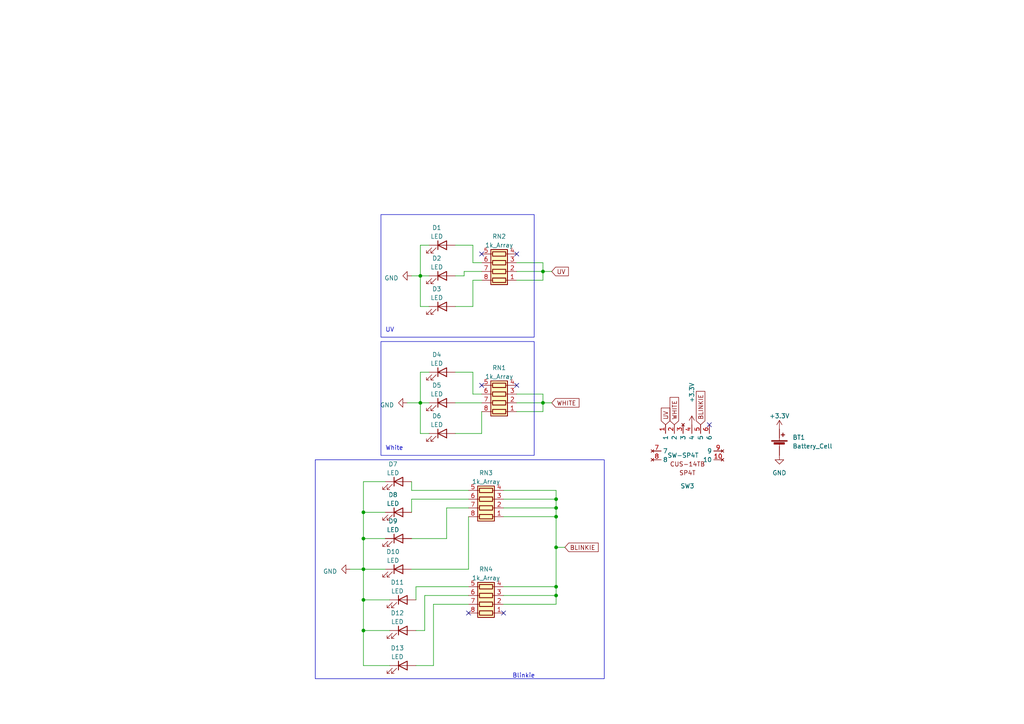
<source format=kicad_sch>
(kicad_sch (version 20230121) (generator eeschema)
  (paper "A4")
  (lib_symbols
    (symbol "BadgePiratesSymbolLibrary:Battery_Cell" (pin_numbers hide) (pin_names (offset 0) hide)
      (property "Reference" "BT1" (at 3.81 2.667 0))
      (property "Value" "Battery_Cell" (at 3.81 0.127 0))
      (symbol "Battery_Cell_0_1"
        (rectangle (start -2.286 1.778) (end 2.286 1.524) (fill (type outline)))
        (rectangle (start -1.5748 1.1938) (end 1.4732 0.6858) (fill (type outline)))
        (polyline (pts (xy 0 0.762) (xy 0 0)))
        (polyline (pts (xy 0 1.778) (xy 0 2.54)))
        (polyline (pts (xy 0.508 3.429) (xy 1.524 3.429)) (stroke (width 0.254)))
        (polyline (pts (xy 1.016 3.937) (xy 1.016 2.921)) (stroke (width 0.254)))
      )
      (symbol "Battery_Cell_1_1"
        (pin passive line (at 0 5.08 270) (length 2.54) (name "+") (number "1"))
        (pin passive line (at 0 -2.54 90) (length 2.54) (name "-") (number "2"))
      )
    )
    (symbol "BadgePiratesSymbolLibrary:LED" (pin_numbers hide) (pin_names (offset 1.016) hide)
      (property "Reference" "D1" (at -1.5875 -6.35 0))
      (property "Value" "LED" (at -1.5875 -3.81 0))
      (symbol "LED_0_1"
        (polyline (pts (xy -1.27 -1.27) (xy -1.27 1.27)) (stroke (width 0.254)))
        (polyline (pts (xy -1.27 0) (xy 1.27 0)))
        (polyline (pts (xy 1.27 -1.27) (xy 1.27 1.27) (xy -1.27 0) (xy 1.27 -1.27)) (stroke (width 0.254)))
        (polyline (pts (xy -3.048 -0.762) (xy -4.572 -2.286) (xy -3.81 -2.286) (xy -4.572 -2.286) (xy -4.572 -1.524)))
        (polyline (pts (xy -1.778 -0.762) (xy -3.302 -2.286) (xy -2.54 -2.286) (xy -3.302 -2.286) (xy -3.302 -1.524)))
      )
      (symbol "LED_1_1"
        (pin passive line (at -3.81 0 0) (length 2.54) (name "K") (number "1"))
        (pin passive line (at 3.81 0 180) (length 2.54) (name "A") (number "2"))
      )
    )
    (symbol "BadgePiratesSymbolLibrary:R_Pack04" (pin_names (offset 0) hide)
      (property "Reference" "RN1" (at -10.16 0 0))
      (property "Value" "1k_Array" (at 6.35 -5.08 90))
      (symbol "R_Pack04_0_1"
        (rectangle (start -6.35 -2.413) (end 3.81 2.413) (stroke (width 0.254)) (fill (type background)))
        (rectangle (start -5.715 1.905) (end -4.445 -1.905) (stroke (width 0.254)))
        (rectangle (start -3.175 1.905) (end -1.905 -1.905) (stroke (width 0.254)))
        (rectangle (start -0.635 1.905) (end 0.635 -1.905) (stroke (width 0.254)))
        (polyline (pts (xy -5.08 -2.54) (xy -5.08 -1.905)))
        (polyline (pts (xy -5.08 1.905) (xy -5.08 2.54)))
        (polyline (pts (xy -2.54 -2.54) (xy -2.54 -1.905)))
        (polyline (pts (xy -2.54 1.905) (xy -2.54 2.54)))
        (polyline (pts (xy 0 -2.54) (xy 0 -1.905)))
        (polyline (pts (xy 0 1.905) (xy 0 2.54)))
        (polyline (pts (xy 2.54 -2.54) (xy 2.54 -1.905)))
        (polyline (pts (xy 2.54 1.905) (xy 2.54 2.54)))
        (rectangle (start 1.905 1.905) (end 3.175 -1.905) (stroke (width 0.254)))
      )
      (symbol "R_Pack04_1_1"
        (pin passive line (at -5.08 -5.08 90) (length 2.54) (name "R1.1") (number "1"))
        (pin passive line (at -2.54 -5.08 90) (length 2.54) (name "R2.1") (number "2"))
        (pin passive line (at 0 -5.08 90) (length 2.54) (name "R3.1") (number "3"))
        (pin passive line (at 2.54 -5.08 90) (length 2.54) (name "R4.1") (number "4"))
        (pin passive line (at 2.54 5.08 270) (length 2.54) (name "R4.2") (number "5"))
        (pin passive line (at 0 5.08 270) (length 2.54) (name "R3.2") (number "6"))
        (pin passive line (at -2.54 5.08 270) (length 2.54) (name "R2.2") (number "7"))
        (pin passive line (at -5.08 5.08 270) (length 2.54) (name "R1.2") (number "8"))
      )
    )
    (symbol "BadgePiratesSymbolLibrary:SP4T"
      (property "Reference" "SW3" (at 1.27 -8.89 0))
      (property "Value" "SW-SP4T" (at 0 0 0))
      (symbol "SP4T_1_1"
        (text "CUS-14TB" (at 1.27 -2.54 0) (effects (font (size 1.27 1.27))))
        (text "SP4T" (at 1.27 -5.08 0) (effects (font (size 1.27 1.27))))
        (pin passive line (at -5.08 8.89 270) (length 2.54) (name "1") (number "1"))
        (pin no_connect line (at 11.43 -1.27 180) (length 2.54) (name "10") (number "10"))
        (pin passive line (at -2.54 8.89 270) (length 2.54) (name "2") (number "2"))
        (pin no_connect line (at 0 8.89 270) (length 2.54) (name "3") (number "3"))
        (pin passive line (at 2.54 8.89 270) (length 2.54) (name "4") (number "4"))
        (pin passive line (at 5.08 8.89 270) (length 2.54) (name "5") (number "5"))
        (pin passive line (at 7.62 8.89 270) (length 2.54) (name "6") (number "6"))
        (pin no_connect line (at -8.89 1.27 0) (length 2.54) (name "7") (number "7"))
        (pin no_connect line (at -8.89 -1.27 0) (length 2.54) (name "8") (number "8"))
        (pin no_connect line (at 11.43 1.27 180) (length 2.54) (name "9") (number "9"))
      )
    )
    (symbol "power:+3.3V" (power) (pin_names (offset 0))
      (property "Value" "+3.3V" (at 0 3.556 0))
      (symbol "+3.3V_0_1"
        (polyline (pts (xy -0.762 1.27) (xy 0 2.54)))
        (polyline (pts (xy 0 0) (xy 0 2.54)))
        (polyline (pts (xy 0 2.54) (xy 0.762 1.27)))
      )
      (symbol "+3.3V_1_1"
        (pin power_in line (at 0 0 90) (length 0) hide (name "+3.3V") (number "1"))
      )
    )
    (symbol "power:GND" (power) (pin_names (offset 0))
      (property "Value" "GND" (at 0 -3.81 0))
      (symbol "GND_0_1"
        (polyline (pts (xy 0 0) (xy 0 -1.27) (xy 1.27 -1.27) (xy 0 -2.54) (xy -1.27 -1.27) (xy 0 -1.27)))
      )
      (symbol "GND_1_1"
        (pin power_in line (at 0 0 270) (length 0) hide (name "GND") (number "1"))
      )
    )
  )
  (junction (at 105.41 173.99))
  (junction (at 157.48 78.74))
  (junction (at 161.29 149.86))
  (junction (at 105.41 182.88))
  (junction (at 105.41 165.1))
  (junction (at 121.92 80.01))
  (junction (at 161.29 144.78))
  (junction (at 105.41 156.21))
  (junction (at 161.29 158.75))
  (junction (at 121.92 116.84))
  (junction (at 105.41 148.59))
  (junction (at 161.29 170.18))
  (junction (at 157.48 116.84))
  (junction (at 161.29 172.72))
  (junction (at 161.29 147.32))
  (no_connect (at 205.74 123.19))
  (no_connect (at 149.86 111.76))
  (no_connect (at 135.89 177.8))
  (no_connect (at 139.7 111.76))
  (no_connect (at 139.7 73.66))
  (no_connect (at 149.86 73.66))
  (no_connect (at 146.05 177.8))
  (wire (pts (xy 146.05 142.24) (xy 161.29 142.24)))
  (wire (pts (xy 157.48 116.84) (xy 157.48 119.38)))
  (wire (pts (xy 135.89 147.32) (xy 129.54 147.32)))
  (wire (pts (xy 111.76 139.7) (xy 105.41 139.7)))
  (wire (pts (xy 105.41 139.7) (xy 105.41 148.59)))
  (wire (pts (xy 146.05 170.18) (xy 161.29 170.18)))
  (wire (pts (xy 161.29 147.32) (xy 161.29 149.86)))
  (wire (pts (xy 105.41 173.99) (xy 105.41 165.1)))
  (wire (pts (xy 157.48 78.74) (xy 157.48 81.28)))
  (wire (pts (xy 157.48 78.74) (xy 160.02 78.74)))
  (wire (pts (xy 121.92 125.73) (xy 124.46 125.73)))
  (wire (pts (xy 119.38 80.01) (xy 121.92 80.01)))
  (wire (pts (xy 135.89 142.24) (xy 119.38 142.24)))
  (wire (pts (xy 118.11 116.84) (xy 121.92 116.84)))
  (wire (pts (xy 161.29 144.78) (xy 161.29 147.32)))
  (wire (pts (xy 161.29 170.18) (xy 161.29 158.75)))
  (wire (pts (xy 113.03 173.99) (xy 105.41 173.99)))
  (wire (pts (xy 161.29 142.24) (xy 161.29 144.78)))
  (wire (pts (xy 135.89 172.72) (xy 123.19 172.72)))
  (wire (pts (xy 105.41 148.59) (xy 105.41 156.21)))
  (wire (pts (xy 121.92 80.01) (xy 124.46 80.01)))
  (wire (pts (xy 105.41 165.1) (xy 111.76 165.1)))
  (wire (pts (xy 134.62 80.01) (xy 132.08 80.01)))
  (wire (pts (xy 157.48 76.2) (xy 157.48 78.74)))
  (wire (pts (xy 135.89 165.1) (xy 119.38 165.1)))
  (wire (pts (xy 105.41 182.88) (xy 105.41 173.99)))
  (wire (pts (xy 121.92 107.95) (xy 121.92 116.84)))
  (wire (pts (xy 129.54 156.21) (xy 119.38 156.21)))
  (wire (pts (xy 111.76 156.21) (xy 105.41 156.21)))
  (wire (pts (xy 123.19 182.88) (xy 120.65 182.88)))
  (wire (pts (xy 125.73 193.04) (xy 120.65 193.04)))
  (wire (pts (xy 139.7 76.2) (xy 137.16 76.2)))
  (wire (pts (xy 111.76 148.59) (xy 105.41 148.59)))
  (wire (pts (xy 137.16 71.12) (xy 132.08 71.12)))
  (wire (pts (xy 125.73 175.26) (xy 125.73 193.04)))
  (wire (pts (xy 149.86 78.74) (xy 157.48 78.74)))
  (wire (pts (xy 121.92 80.01) (xy 121.92 88.9)))
  (wire (pts (xy 139.7 119.38) (xy 139.7 125.73)))
  (wire (pts (xy 139.7 78.74) (xy 134.62 78.74)))
  (wire (pts (xy 157.48 114.3) (xy 149.86 114.3)))
  (wire (pts (xy 129.54 147.32) (xy 129.54 156.21)))
  (wire (pts (xy 135.89 149.86) (xy 135.89 165.1)))
  (wire (pts (xy 134.62 78.74) (xy 134.62 80.01)))
  (wire (pts (xy 137.16 114.3) (xy 137.16 107.95)))
  (wire (pts (xy 121.92 116.84) (xy 121.92 125.73)))
  (wire (pts (xy 161.29 172.72) (xy 161.29 170.18)))
  (wire (pts (xy 161.29 149.86) (xy 161.29 158.75)))
  (wire (pts (xy 161.29 175.26) (xy 161.29 172.72)))
  (wire (pts (xy 146.05 147.32) (xy 161.29 147.32)))
  (wire (pts (xy 157.48 114.3) (xy 157.48 116.84)))
  (wire (pts (xy 124.46 71.12) (xy 121.92 71.12)))
  (wire (pts (xy 135.89 144.78) (xy 119.38 144.78)))
  (wire (pts (xy 113.03 193.04) (xy 105.41 193.04)))
  (wire (pts (xy 161.29 158.75) (xy 163.83 158.75)))
  (wire (pts (xy 119.38 144.78) (xy 119.38 148.59)))
  (wire (pts (xy 135.89 175.26) (xy 125.73 175.26)))
  (wire (pts (xy 105.41 156.21) (xy 105.41 165.1)))
  (wire (pts (xy 124.46 107.95) (xy 121.92 107.95)))
  (wire (pts (xy 157.48 116.84) (xy 160.02 116.84)))
  (wire (pts (xy 119.38 142.24) (xy 119.38 139.7)))
  (wire (pts (xy 121.92 88.9) (xy 124.46 88.9)))
  (wire (pts (xy 137.16 76.2) (xy 137.16 71.12)))
  (wire (pts (xy 121.92 116.84) (xy 124.46 116.84)))
  (wire (pts (xy 146.05 172.72) (xy 161.29 172.72)))
  (wire (pts (xy 146.05 144.78) (xy 161.29 144.78)))
  (wire (pts (xy 120.65 170.18) (xy 120.65 173.99)))
  (wire (pts (xy 137.16 81.28) (xy 137.16 88.9)))
  (wire (pts (xy 137.16 107.95) (xy 132.08 107.95)))
  (wire (pts (xy 113.03 182.88) (xy 105.41 182.88)))
  (wire (pts (xy 157.48 119.38) (xy 149.86 119.38)))
  (wire (pts (xy 149.86 81.28) (xy 157.48 81.28)))
  (wire (pts (xy 146.05 149.86) (xy 161.29 149.86)))
  (wire (pts (xy 149.86 76.2) (xy 157.48 76.2)))
  (wire (pts (xy 101.6 165.1) (xy 105.41 165.1)))
  (wire (pts (xy 157.48 116.84) (xy 149.86 116.84)))
  (wire (pts (xy 105.41 193.04) (xy 105.41 182.88)))
  (wire (pts (xy 132.08 125.73) (xy 139.7 125.73)))
  (wire (pts (xy 139.7 81.28) (xy 137.16 81.28)))
  (wire (pts (xy 121.92 71.12) (xy 121.92 80.01)))
  (wire (pts (xy 139.7 114.3) (xy 137.16 114.3)))
  (wire (pts (xy 135.89 170.18) (xy 120.65 170.18)))
  (wire (pts (xy 146.05 175.26) (xy 161.29 175.26)))
  (wire (pts (xy 137.16 88.9) (xy 132.08 88.9)))
  (wire (pts (xy 132.08 116.84) (xy 139.7 116.84)))
  (wire (pts (xy 123.19 172.72) (xy 123.19 182.88)))
  (rectangle (start 91.44 133.35) (end 175.26 196.85))
  (rectangle (start 110.49 62.23) (end 154.94 97.79))
  (rectangle (start 110.49 99.06) (end 154.94 132.08))
  (text "UV" (at 111.76 96.52 0) (effects (font (size 1.27 1.27)) (justify left bottom)))
  (text "White\n" (at 111.76 130.81 0) (effects (font (size 1.27 1.27)) (justify left bottom)))
  (text "Blinkie" (at 148.59 196.85 0) (effects (font (size 1.27 1.27)) (justify left bottom)))
  (global_label "BLINKIE" (shape input) (at 203.2 123.19 90) (property "Intersheetrefs" "${INTERSHEET_REFS}" (effects hide)))
  (global_label "UV" (shape input) (at 160.02 78.74 0) (property "Intersheetrefs" "${INTERSHEET_REFS}" (effects hide)))
  (global_label "WHITE" (shape input) (at 160.02 116.84 0) (property "Intersheetrefs" "${INTERSHEET_REFS}" (effects hide)))
  (global_label "BLINKIE" (shape input) (at 163.83 158.75 0) (property "Intersheetrefs" "${INTERSHEET_REFS}" (effects hide)))
  (global_label "UV" (shape input) (at 193.04 123.19 90) (property "Intersheetrefs" "${INTERSHEET_REFS}" (effects hide)))
  (global_label "WHITE" (shape input) (at 195.58 123.19 90) (property "Intersheetrefs" "${INTERSHEET_REFS}" (effects hide)))
  (symbol (lib_id "BadgePiratesSymbolLibrary:R_Pack04") (at 140.97 144.78 90) (unit 1)
    (property "Reference" "RN3" (at 140.97 137.16 90))
    (property "Value" "1k_Array" (at 140.97 139.7 90))
    (property "Footprint" "Resistor_SMD:R_Array_Convex_4x0603" (effects hide))
  )
  (symbol (lib_id "BadgePiratesSymbolLibrary:LED") (at 128.27 88.9 0) (unit 1)
    (property "Reference" "D3" (at 126.6825 83.82 0))
    (property "Value" "LED" (at 126.6825 86.36 0))
    (property "Footprint" "LED_SMD:LED_0805_2012Metric" (effects hide))
  )
  (symbol (lib_id "BadgePiratesSymbolLibrary:LED") (at 115.57 139.7 0) (unit 1)
    (property "Reference" "D7" (at 113.9825 134.62 0))
    (property "Value" "LED" (at 113.9825 137.16 0))
    (property "Footprint" "BadgePirates:LED_D5.0mm" (effects hide))
  )
  (symbol (lib_id "BadgePiratesSymbolLibrary:LED") (at 128.27 80.01 0) (unit 1)
    (property "Reference" "D2" (at 126.6825 74.93 0))
    (property "Value" "LED" (at 126.6825 77.47 0))
    (property "Footprint" "LED_SMD:LED_0805_2012Metric" (effects hide))
  )
  (symbol (lib_id "BadgePiratesSymbolLibrary:SP4T") (at 198.12 132.08 0) (unit 1)
    (property "Reference" "SW3" (at 199.39 140.97 0))
    (property "Value" "SW-SP4T" (at 198.12 132.08 0))
    (property "Footprint" "BadgePirates:SP4T - CUS-14TB" (effects hide))
  )
  (symbol (lib_id "power:GND") (at 119.38 80.01 270) (unit 1)
    (property "Reference" "#PWR04" (effects hide))
    (property "Value" "GND" (at 115.57 80.645 90) (effects (justify right)))
  )
  (symbol (lib_id "BadgePiratesSymbolLibrary:LED") (at 116.84 173.99 0) (unit 1)
    (property "Reference" "D11" (at 115.2525 168.91 0))
    (property "Value" "LED" (at 115.2525 171.45 0))
    (property "Footprint" "BadgePirates:LED_D5.0mm" (effects hide))
  )
  (symbol (lib_id "power:GND") (at 101.6 165.1 270) (unit 1)
    (property "Reference" "#PWR06" (effects hide))
    (property "Value" "GND" (at 97.79 165.735 90) (effects (justify right)))
  )
  (symbol (lib_id "power:+3.3V") (at 200.66 123.19 0) (unit 1)
    (property "Reference" "#PWR02" (effects hide))
    (property "Value" "+3.3V" (at 200.66 116.84 90) (effects (justify left)))
  )
  (symbol (lib_id "BadgePiratesSymbolLibrary:R_Pack04") (at 140.97 172.72 90) (unit 1)
    (property "Reference" "RN4" (at 140.97 165.1 90))
    (property "Value" "1k_Array" (at 140.97 167.64 90))
    (property "Footprint" "Resistor_SMD:R_Array_Convex_4x0603" (effects hide))
  )
  (symbol (lib_id "power:GND") (at 118.11 116.84 270) (unit 1)
    (property "Reference" "#PWR05" (effects hide))
    (property "Value" "GND" (at 114.3 117.475 90) (effects (justify right)))
  )
  (symbol (lib_id "BadgePiratesSymbolLibrary:LED") (at 116.84 182.88 0) (unit 1)
    (property "Reference" "D12" (at 115.2525 177.8 0))
    (property "Value" "LED" (at 115.2525 180.34 0))
    (property "Footprint" "BadgePirates:LED_D5.0mm" (effects hide))
  )
  (symbol (lib_id "power:+3.3V") (at 226.06 124.46 0) (unit 1)
    (property "Reference" "#PWR01" (effects hide))
    (property "Value" "+3.3V" (at 226.06 120.65 0))
  )
  (symbol (lib_id "BadgePiratesSymbolLibrary:LED") (at 128.27 125.73 0) (unit 1)
    (property "Reference" "D6" (at 126.6825 120.65 0))
    (property "Value" "LED" (at 126.6825 123.19 0))
    (property "Footprint" "LED_SMD:LED_1206_3216Metric" (effects hide))
  )
  (symbol (lib_id "BadgePiratesSymbolLibrary:LED") (at 115.57 148.59 0) (unit 1)
    (property "Reference" "D8" (at 113.9825 143.51 0))
    (property "Value" "LED" (at 113.9825 146.05 0))
    (property "Footprint" "BadgePirates:LED_D5.0mm" (effects hide))
  )
  (symbol (lib_id "BadgePiratesSymbolLibrary:R_Pack04") (at 144.78 76.2 90) (unit 1)
    (property "Reference" "RN2" (at 144.78 68.58 90))
    (property "Value" "1k_Array" (at 144.78 71.12 90))
    (property "Footprint" "Resistor_SMD:R_Array_Convex_4x0603" (effects hide))
  )
  (symbol (lib_id "BadgePiratesSymbolLibrary:LED") (at 128.27 71.12 0) (unit 1)
    (property "Reference" "D1" (at 126.6825 66.04 0))
    (property "Value" "LED" (at 126.6825 68.58 0))
    (property "Footprint" "LED_SMD:LED_0805_2012Metric" (effects hide))
  )
  (symbol (lib_id "BadgePiratesSymbolLibrary:LED") (at 128.27 107.95 0) (unit 1)
    (property "Reference" "D4" (at 126.6825 102.87 0))
    (property "Value" "LED" (at 126.6825 105.41 0))
    (property "Footprint" "LED_SMD:LED_1206_3216Metric" (effects hide))
  )
  (symbol (lib_id "BadgePiratesSymbolLibrary:R_Pack04") (at 144.78 114.3 90) (unit 1)
    (property "Reference" "RN1" (at 144.78 106.68 90))
    (property "Value" "1k_Array" (at 144.78 109.22 90))
    (property "Footprint" "Resistor_SMD:R_Array_Convex_4x0603" (effects hide))
  )
  (symbol (lib_id "power:GND") (at 226.06 132.08 0) (unit 1)
    (property "Reference" "#PWR03" (effects hide))
    (property "Value" "GND" (at 226.06 137.16 0))
  )
  (symbol (lib_id "BadgePiratesSymbolLibrary:LED") (at 115.57 165.1 0) (unit 1)
    (property "Reference" "D10" (at 113.9825 160.02 0))
    (property "Value" "LED" (at 113.9825 162.56 0))
    (property "Footprint" "BadgePirates:LED_D5.0mm" (effects hide))
  )
  (symbol (lib_id "BadgePiratesSymbolLibrary:Battery_Cell") (at 226.06 129.54 0) (unit 1)
    (property "Reference" "BT1" (at 229.87 126.873 0) (effects (justify left)))
    (property "Value" "Battery_Cell" (at 229.87 129.413 0) (effects (justify left)))
    (property "Footprint" "BadgePirates:BATHLD006SMT - CR2450" (effects hide))
  )
  (symbol (lib_id "BadgePiratesSymbolLibrary:LED") (at 115.57 156.21 0) (unit 1)
    (property "Reference" "D9" (at 113.9825 151.13 0))
    (property "Value" "LED" (at 113.9825 153.67 0))
    (property "Footprint" "BadgePirates:LED_D5.0mm" (effects hide))
  )
  (symbol (lib_id "BadgePiratesSymbolLibrary:LED") (at 128.27 116.84 0) (unit 1)
    (property "Reference" "D5" (at 126.6825 111.76 0))
    (property "Value" "LED" (at 126.6825 114.3 0))
    (property "Footprint" "LED_SMD:LED_1206_3216Metric" (effects hide))
  )
  (symbol (lib_id "BadgePiratesSymbolLibrary:LED") (at 116.84 193.04 0) (unit 1)
    (property "Reference" "D13" (at 115.2525 187.96 0))
    (property "Value" "LED" (at 115.2525 190.5 0))
    (property "Footprint" "BadgePirates:LED_D5.0mm" (effects hide))
  )
)
</source>
